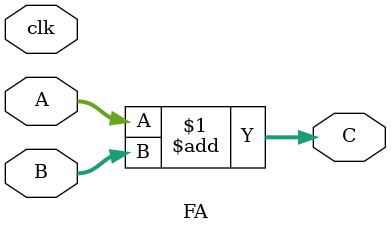
<source format=v>
module FA(A,B,clk,C);
input [31:0]A;
input [31:0]B;
input clk;
output [31:0]C;
assign C=(A+B);
endmodule
</source>
